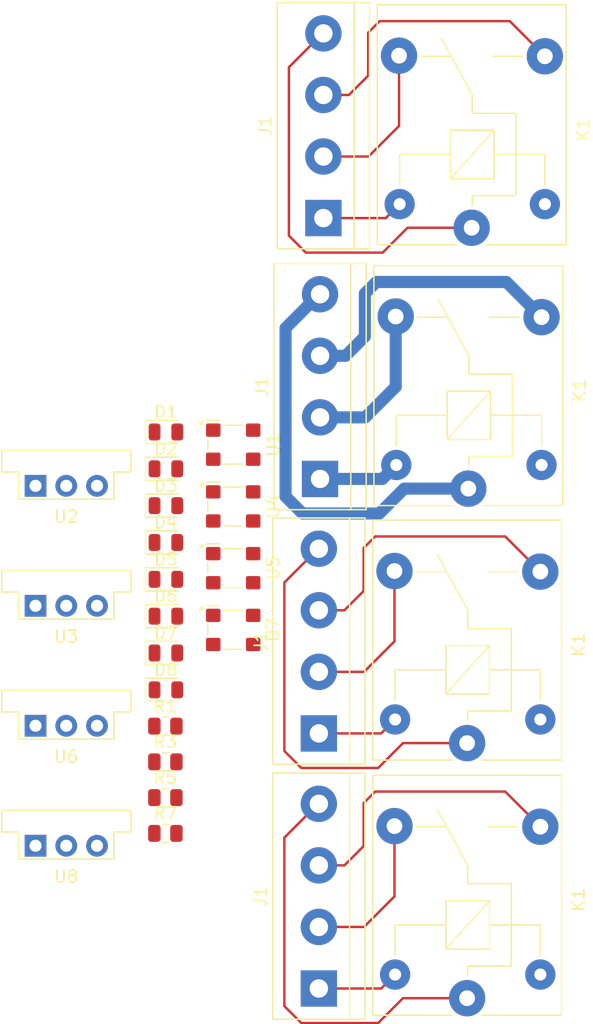
<source format=kicad_pcb>
(kicad_pcb (version 20240108) (generator "pcbnew") (generator_version "8.0")
  (layers (0 "F.Cu" signal) (31 "B.Cu" signal) (34 "B.Paste" user) (35 "F.Paste" user) (36 "B.SilkS" user "B.Silkscreen") (37 "F.SilkS" user "F.Silkscreen") (38 "B.Mask" user) (39 "F.Mask" user) (44 "Edge.Cuts" user))
  (net 0 "")
  (net 1 "5v")
  (net 2 "Net-(D1-A)")
  (net 3 "3.3v")
  (net 4 "Net-(U4-A)")
  (net 5 "Net-(R2-Pad1)")
  (net 6 "GND")
  (net 7 "Net-(D2-A)")
  (net 8 "Net-(U2-GND)")
  (net 9 "22")
  (net 10 "Net-(D3-A)")
  (net 11 "Net-(D4-A)")
  (net 12 "Net-(D5-A)")
  (net 13 "Net-(D6-A)")
  (net 14 "Net-(D7-A)")
  (net 15 "Net-(D8-A)")
  (net 16 "Net-(J1-Pin_2)")
  (net 17 "Net-(J1-Pin_4)")
  (net 18 "Net-(J1-Pin_3)")
  (net 19 "Net-(U1-A)")
  (net 20 "Net-(U5-A)")
  (net 21 "Net-(U7-A)")
  (net 22 "Net-(R4-Pad1)")
  (net 23 "Net-(U3-GND)")
  (net 24 "Net-(R6-Pad1)")
  (net 25 "Net-(U6-GND)")
  (net 26 "Net-(R8-Pad1)")
  (net 27 "Net-(U8-GND)")
  (footprint "Converter_DCDC:Converter_DCDC_Murata_OKI-78SR_Vertical" (layer "F.Cu") (at 42.365 66.495)
    (property "Reference" "U3" (at 2.54 2.54 180) (layer "F.SilkS"))
    (property "Value" "L7805")
    (fp_line (start -2.79 -2.92) (end -2.79 -1.14) (stroke (width 0.12)) (layer "F.SilkS"))
    (fp_line (start -1.4 -1.14) (end -2.79 -1.14) (stroke (width 0.12)) (layer "F.SilkS"))
    (fp_line (start -1.4 1.1) (end -1.4 -1.14) (stroke (width 0.12)) (layer "F.SilkS"))
    (fp_line (start 6.48 -1.14) (end 6.48 1.1) (stroke (width 0.12)) (layer "F.SilkS"))
    (fp_line (start 6.48 1.1) (end -1.4 1.1) (stroke (width 0.12)) (layer "F.SilkS"))
    (fp_line (start 7.88 -2.92) (end -2.79 -2.92) (stroke (width 0.12)) (layer "F.SilkS"))
    (fp_line (start 7.88 -1.15) (end 7.88 -2.92) (stroke (width 0.12)) (layer "F.SilkS"))
    (fp_line (start 7.88 -1.14) (end 6.48 -1.14) (stroke (width 0.12)) (layer "F.SilkS"))
    (pad "1" thru_hole rect (at 0 0) (size 1.8 1.8) (drill 1) (layers "*.Cu" "*.Mask") (net 11 "Net-(D4-A)"))
    (pad "2" thru_hole circle (at 2.54 0) (size 1.8 1.8) (drill 1) (layers "*.Cu" "*.Mask") (net 23 "Net-(U3-GND)"))
    (pad "3" thru_hole circle (at 5.08 0) (size 1.8 1.8) (drill 1) (layers "*.Cu" "*.Mask") (net 6 "GND"))
  )
  (footprint "Relay_THT:Relay_SPDT_SANYOU_SRD_Series_Form_C" (layer "F.Cu") (at 78.125 56.825 90)
    (property "Reference" "K1" (at 8.1 9.2 -90) (layer "F.SilkS"))
    (property "Value" "SANYOU_SRD_Form_C")
    (fp_line (start 18.4 -7.8) (end 18.4 7.8) (stroke (width 0.12)) (layer "F.SilkS"))
    (fp_line (start -1.4 -7.8) (end 18.4 -7.8) (stroke (width 0.12)) (layer "F.SilkS"))
    (fp_line (start -1.4 -7.8) (end -1.4 -1.2) (stroke (width 0.12)) (layer "F.SilkS"))
    (fp_line (start 6.05 -5.95) (end 3.55 -5.95) (stroke (width 0.12)) (layer "F.SilkS"))
    (fp_line (start 6.05 -5.95) (end 6.05 -1.75) (stroke (width 0.12)) (layer "F.SilkS"))
    (fp_line (start 14.15 -4.2) (end 14.15 -1.7) (stroke (width 0.12)) (layer "F.SilkS"))
    (fp_line (start 8.05 -1.75) (end 8.05 1.85) (stroke (width 0.12)) (layer "F.SilkS"))
    (fp_line (start 4.05 -1.75) (end 8.05 -1.75) (stroke (width 0.12)) (layer "F.SilkS"))
    (fp_line (start 10.95 0.05) (end 15.55 -2.45) (stroke (width 0.12)) (layer "F.SilkS"))
    (fp_line (start 9.45 0.05) (end 10.95 0.05) (stroke (width 0.12)) (layer "F.SilkS"))
    (fp_line (start 9.45 0.05) (end 9.45 3.65) (stroke (width 0.12)) (layer "F.SilkS"))
    (fp_line (start 2.65 0.05) (end 1.85 0.05) (stroke (width 0.12)) (layer "F.SilkS"))
    (fp_line (start 2.65 0.05) (end 2.65 3.65) (stroke (width 0.12)) (layer "F.SilkS"))
    (fp_line (start -1.4 1.2) (end -1.4 7.8) (stroke (width 0.12)) (layer "F.SilkS"))
    (fp_line (start 8.05 1.85) (end 4.05 -1.75) (stroke (width 0.12)) (layer "F.SilkS"))
    (fp_line (start 8.05 1.85) (end 4.05 1.85) (stroke (width 0.12)) (layer "F.SilkS"))
    (fp_line (start 6.05 1.85) (end 6.05 6.05) (stroke (width 0.12)) (layer "F.SilkS"))
    (fp_line (start 4.05 1.85) (end 4.05 -1.75) (stroke (width 0.12)) (layer "F.SilkS"))
    (fp_line (start 9.45 3.65) (end 2.65 3.65) (stroke (width 0.12)) (layer "F.SilkS"))
    (fp_line (start 14.15 4.2) (end 14.15 1.75) (stroke (width 0.12)) (layer "F.SilkS"))
    (fp_line (start 3.55 6.05) (end 6.05 6.05) (stroke (width 0.12)) (layer "F.SilkS"))
    (fp_line (start 18.4 7.8) (end -1.4 7.8) (stroke (width 0.12)) (layer "F.SilkS"))
    (pad "1" thru_hole circle (at 0 0 180) (size 3 3) (drill 1.3) (layers "*.Cu" "*.Mask") (net 17 "Net-(J1-Pin_4)"))
    (pad "2" thru_hole circle (at 1.95 6.05 180) (size 2.5 2.5) (drill 1) (layers "*.Cu" "*.Mask") (net 11 "Net-(D4-A)"))
    (pad "3" thru_hole circle (at 14.15 6.05 180) (size 3 3) (drill 1.3) (layers "*.Cu" "*.Mask") (net 18 "Net-(J1-Pin_3)"))
    (pad "4" thru_hole circle (at 14.2 -6 180) (size 3 3) (drill 1.3) (layers "*.Cu" "*.Mask") (net 16 "Net-(J1-Pin_2)"))
    (pad "5" thru_hole circle (at 1.95 -5.95 180) (size 2.5 2.5) (drill 1) (layers "*.Cu" "*.Mask") (net 1 "5v"))
  )
  (footprint "Relay_THT:Relay_SPDT_SANYOU_SRD_Series_Form_C" (layer "F.Cu") (at 78.025 98.875 90)
    (property "Reference" "K1" (at 8.1 9.2 -90) (layer "F.SilkS"))
    (property "Value" "SANYOU_SRD_Form_C")
    (fp_line (start 18.4 -7.8) (end 18.4 7.8) (stroke (width 0.12)) (layer "F.SilkS"))
    (fp_line (start -1.4 -7.8) (end 18.4 -7.8) (stroke (width 0.12)) (layer "F.SilkS"))
    (fp_line (start -1.4 -7.8) (end -1.4 -1.2) (stroke (width 0.12)) (layer "F.SilkS"))
    (fp_line (start 6.05 -5.95) (end 3.55 -5.95) (stroke (width 0.12)) (layer "F.SilkS"))
    (fp_line (start 6.05 -5.95) (end 6.05 -1.75) (stroke (width 0.12)) (layer "F.SilkS"))
    (fp_line (start 14.15 -4.2) (end 14.15 -1.7) (stroke (width 0.12)) (layer "F.SilkS"))
    (fp_line (start 8.05 -1.75) (end 8.05 1.85) (stroke (width 0.12)) (layer "F.SilkS"))
    (fp_line (start 4.05 -1.75) (end 8.05 -1.75) (stroke (width 0.12)) (layer "F.SilkS"))
    (fp_line (start 10.95 0.05) (end 15.55 -2.45) (stroke (width 0.12)) (layer "F.SilkS"))
    (fp_line (start 9.45 0.05) (end 10.95 0.05) (stroke (width 0.12)) (layer "F.SilkS"))
    (fp_line (start 9.45 0.05) (end 9.45 3.65) (stroke (width 0.12)) (layer "F.SilkS"))
    (fp_line (start 2.65 0.05) (end 1.85 0.05) (stroke (width 0.12)) (layer "F.SilkS"))
    (fp_line (start 2.65 0.05) (end 2.65 3.65) (stroke (width 0.12)) (layer "F.SilkS"))
    (fp_line (start -1.4 1.2) (end -1.4 7.8) (stroke (width 0.12)) (layer "F.SilkS"))
    (fp_line (start 8.05 1.85) (end 4.05 -1.75) (stroke (width 0.12)) (layer "F.SilkS"))
    (fp_line (start 8.05 1.85) (end 4.05 1.85) (stroke (width 0.12)) (layer "F.SilkS"))
    (fp_line (start 6.05 1.85) (end 6.05 6.05) (stroke (width 0.12)) (layer "F.SilkS"))
    (fp_line (start 4.05 1.85) (end 4.05 -1.75) (stroke (width 0.12)) (layer "F.SilkS"))
    (fp_line (start 9.45 3.65) (end 2.65 3.65) (stroke (width 0.12)) (layer "F.SilkS"))
    (fp_line (start 14.15 4.2) (end 14.15 1.75) (stroke (width 0.12)) (layer "F.SilkS"))
    (fp_line (start 3.55 6.05) (end 6.05 6.05) (stroke (width 0.12)) (layer "F.SilkS"))
    (fp_line (start 18.4 7.8) (end -1.4 7.8) (stroke (width 0.12)) (layer "F.SilkS"))
    (pad "1" thru_hole circle (at 0 0 180) (size 3 3) (drill 1.3) (layers "*.Cu" "*.Mask") (net 17 "Net-(J1-Pin_4)"))
    (pad "2" thru_hole circle (at 1.95 6.05 180) (size 2.5 2.5) (drill 1) (layers "*.Cu" "*.Mask") (net 11 "Net-(D4-A)"))
    (pad "3" thru_hole circle (at 14.15 6.05 180) (size 3 3) (drill 1.3) (layers "*.Cu" "*.Mask") (net 18 "Net-(J1-Pin_3)"))
    (pad "4" thru_hole circle (at 14.2 -6 180) (size 3 3) (drill 1.3) (layers "*.Cu" "*.Mask") (net 16 "Net-(J1-Pin_2)"))
    (pad "5" thru_hole circle (at 1.95 -5.95 180) (size 2.5 2.5) (drill 1) (layers "*.Cu" "*.Mask") (net 1 "5v"))
  )
  (footprint "Converter_DCDC:Converter_DCDC_Murata_OKI-78SR_Vertical" (layer "F.Cu") (at 42.365 76.395)
    (property "Reference" "U6" (at 2.54 2.54 180) (layer "F.SilkS"))
    (property "Value" "L7805")
    (fp_line (start -2.79 -2.92) (end -2.79 -1.14) (stroke (width 0.12)) (layer "F.SilkS"))
    (fp_line (start -1.4 -1.14) (end -2.79 -1.14) (stroke (width 0.12)) (layer "F.SilkS"))
    (fp_line (start -1.4 1.1) (end -1.4 -1.14) (stroke (width 0.12)) (layer "F.SilkS"))
    (fp_line (start 6.48 -1.14) (end 6.48 1.1) (stroke (width 0.12)) (layer "F.SilkS"))
    (fp_line (start 6.48 1.1) (end -1.4 1.1) (stroke (width 0.12)) (layer "F.SilkS"))
    (fp_line (start 7.88 -2.92) (end -2.79 -2.92) (stroke (width 0.12)) (layer "F.SilkS"))
    (fp_line (start 7.88 -1.15) (end 7.88 -2.92) (stroke (width 0.12)) (layer "F.SilkS"))
    (fp_line (start 7.88 -1.14) (end 6.48 -1.14) (stroke (width 0.12)) (layer "F.SilkS"))
    (pad "1" thru_hole rect (at 0 0) (size 1.8 1.8) (drill 1) (layers "*.Cu" "*.Mask") (net 13 "Net-(D6-A)"))
    (pad "2" thru_hole circle (at 2.54 0) (size 1.8 1.8) (drill 1) (layers "*.Cu" "*.Mask") (net 25 "Net-(U6-GND)"))
    (pad "3" thru_hole circle (at 5.08 0) (size 1.8 1.8) (drill 1) (layers "*.Cu" "*.Mask") (net 6 "GND"))
  )
  (footprint "OptoDevice:Sharp_GP2S700HCP" (layer "F.Cu") (at 58.7 58.295)
    (property "Reference" "U4" (at 3.295 0 90) (layer "F.SilkS"))
    (property "Value" "GP2S700HCP")
    (fp_line (start -2.1 -0.39) (end -2.1 0.39) (stroke (width 0.12)) (layer "F.SilkS"))
    (fp_line (start -1.11 -2.01) (end -2.19 -2.01) (stroke (width 0.12)) (layer "F.SilkS"))
    (fp_line (start -0.75 -1.6) (end 0.75 -1.6) (stroke (width 0.12)) (layer "F.SilkS"))
    (fp_line (start -0.75 1.6) (end 0.75 1.6) (stroke (width 0.12)) (layer "F.SilkS"))
    (fp_poly (pts (xy -2.52 -1.69) (xy -2.8 -1.69) (xy -2.52 -1.97) (xy -2.52 -1.69)) (stroke (width 0.12)) (fill solid) (layer "F.SilkS"))
    (pad "1" smd roundrect (at -1.65 -1.2) (size 1.2 1.1) (layers "F.Cu" "F.Paste" "F.Mask") (roundrect_rratio 0.1363636364) (net 5 "Net-(R2-Pad1)"))
    (pad "2" smd roundrect (at -1.65 1.2) (size 1.2 1.1) (layers "F.Cu" "F.Paste" "F.Mask") (roundrect_rratio 0.1363636364) (net 1 "5v"))
    (pad "3" smd roundrect (at 1.65 1.2) (size 1.2 1.1) (layers "F.Cu" "F.Paste" "F.Mask") (roundrect_rratio 0.1363636364) (net 7 "Net-(D2-A)"))
    (pad "4" smd roundrect (at 1.65 -1.2) (size 1.2 1.1) (layers "F.Cu" "F.Paste" "F.Mask") (roundrect_rratio 0.1363636364) (net 4 "Net-(U4-A)"))
  )
  (footprint "Relay_THT:Relay_SPDT_SANYOU_SRD_Series_Form_C" (layer "F.Cu") (at 78.4 35.3 90)
    (property "Reference" "K1" (at 8.1 9.2 270) (layer "F.SilkS"))
    (property "Value" "SANYOU_SRD_Form_C")
    (fp_line (start 18.4 -7.8) (end 18.4 7.8) (stroke (width 0.12)) (layer "F.SilkS"))
    (fp_line (start -1.4 -7.8) (end 18.4 -7.8) (stroke (width 0.12)) (layer "F.SilkS"))
    (fp_line (start -1.4 -7.8) (end -1.4 -1.2) (stroke (width 0.12)) (layer "F.SilkS"))
    (fp_line (start 6.05 -5.95) (end 3.55 -5.95) (stroke (width 0.12)) (layer "F.SilkS"))
    (fp_line (start 6.05 -5.95) (end 6.05 -1.75) (stroke (width 0.12)) (layer "F.SilkS"))
    (fp_line (start 14.15 -4.2) (end 14.15 -1.7) (stroke (width 0.12)) (layer "F.SilkS"))
    (fp_line (start 8.05 -1.75) (end 8.05 1.85) (stroke (width 0.12)) (layer "F.SilkS"))
    (fp_line (start 4.05 -1.75) (end 8.05 -1.75) (stroke (width 0.12)) (layer "F.SilkS"))
    (fp_line (start 10.95 0.05) (end 15.55 -2.45) (stroke (width 0.12)) (layer "F.SilkS"))
    (fp_line (start 9.45 0.05) (end 10.95 0.05) (stroke (width 0.12)) (layer "F.SilkS"))
    (fp_line (start 9.45 0.05) (end 9.45 3.65) (stroke (width 0.12)) (layer "F.SilkS"))
    (fp_line (start 2.65 0.05) (end 1.85 0.05) (stroke (width 0.12)) (layer "F.SilkS"))
    (fp_line (start 2.65 0.05) (end 2.65 3.65) (stroke (width 0.12)) (layer "F.SilkS"))
    (fp_line (start -1.4 1.2) (end -1.4 7.8) (stroke (width 0.12)) (layer "F.SilkS"))
    (fp_line (start 8.05 1.85) (end 4.05 -1.75) (stroke (width 0.12)) (layer "F.SilkS"))
    (fp_line (start 8.05 1.85) (end 4.05 1.85) (stroke (width 0.12)) (layer "F.SilkS"))
    (fp_line (start 6.05 1.85) (end 6.05 6.05) (stroke (width 0.12)) (layer "F.SilkS"))
    (fp_line (start 4.05 1.85) (end 4.05 -1.75) (stroke (width 0.12)) (layer "F.SilkS"))
    (fp_line (start 9.45 3.65) (end 2.65 3.65) (stroke (width 0.12)) (layer "F.SilkS"))
    (fp_line (start 14.15 4.2) (end 14.15 1.75) (stroke (width 0.12)) (layer "F.SilkS"))
    (fp_line (start 3.55 6.05) (end 6.05 6.05) (stroke (width 0.12)) (layer "F.SilkS"))
    (fp_line (start 18.4 7.8) (end -1.4 7.8) (stroke (width 0.12)) (layer "F.SilkS"))
    (pad "1" thru_hole circle (at 0 0 180) (size 3 3) (drill 1.3) (layers "*.Cu" "*.Mask") (net 17 "Net-(J1-Pin_4)"))
    (pad "2" thru_hole circle (at 1.95 6.05 180) (size 2.5 2.5) (drill 1) (layers "*.Cu" "*.Mask") (net 11 "Net-(D4-A)"))
    (pad "3" thru_hole circle (at 14.15 6.05 180) (size 3 3) (drill 1.3) (layers "*.Cu" "*.Mask") (net 18 "Net-(J1-Pin_3)"))
    (pad "4" thru_hole circle (at 14.2 -6 180) (size 3 3) (drill 1.3) (layers "*.Cu" "*.Mask") (net 16 "Net-(J1-Pin_2)"))
    (pad "5" thru_hole circle (at 1.95 -5.95 180) (size 2.5 2.5) (drill 1) (layers "*.Cu" "*.Mask") (net 1 "5v"))
  )
  (footprint "TerminalBlock:TerminalBlock_bornier-4_P5.08mm" (layer "F.Cu") (at 65.775 77.025 90)
    (property "Reference" "J1" (at 7.6 -4.8 -90) (layer "F.SilkS"))
    (property "Value" "Conn_01x04_Socket")
    (fp_line (start -2.54 -3.81) (end 17.78 -3.81) (stroke (width 0.12)) (layer "F.SilkS"))
    (fp_line (start -2.54 -3.81) (end -2.54 3.81) (stroke (width 0.12)) (layer "F.SilkS"))
    (fp_line (start 17.78 2.54) (end -2.54 2.54) (stroke (width 0.12)) (layer "F.SilkS"))
    (fp_line (start 17.78 3.81) (end 17.78 -3.81) (stroke (width 0.12)) (layer "F.SilkS"))
    (fp_line (start -2.54 3.81) (end 17.78 3.81) (stroke (width 0.12)) (layer "F.SilkS"))
    (pad "1" thru_hole rect (at 0 0 90) (size 3 3) (drill 1.52) (layers "*.Cu" "*.Mask") (net 1 "5v"))
    (pad "2" thru_hole circle (at 5.08 0 90) (size 3 3) (drill 1.52) (layers "*.Cu" "*.Mask") (net 16 "Net-(J1-Pin_2)"))
    (pad "3" thru_hole circle (at 10.16 0 90) (size 3 3) (drill 1.52) (layers "*.Cu" "*.Mask") (net 18 "Net-(J1-Pin_3)"))
    (pad "4" thru_hole circle (at 15.24 0 90) (size 3 3) (drill 1.52) (layers "*.Cu" "*.Mask") (net 17 "Net-(J1-Pin_4)"))
  )
  (footprint "LED_SMD:LED_0805_2012Metric" (layer "F.Cu") (at 53.135 55.19)
    (property "Reference" "D2" (at 0 -1.65 0) (layer "F.SilkS"))
    (property "Value" "LED")
    (fp_line (start -1.685 -0.96) (end -1.685 0.96) (stroke (width 0.12)) (layer "F.SilkS"))
    (fp_line (start -1.685 0.96) (end 1 0.96) (stroke (width 0.12)) (layer "F.SilkS"))
    (fp_line (start 1 -0.96) (end -1.685 -0.96) (stroke (width 0.12)) (layer "F.SilkS"))
    (pad "1" smd roundrect (at -0.9375 0) (size 0.975 1.4) (layers "F.Cu" "F.Paste" "F.Mask") (net 9 "22"))
    (pad "2" smd roundrect (at 0.9375 0) (size 0.975 1.4) (layers "F.Cu" "F.Paste" "F.Mask") (net 7 "Net-(D2-A)"))
  )
  (footprint "Relay_THT:Relay_SPDT_SANYOU_SRD_Series_Form_C" (layer "F.Cu") (at 78.025 77.825 90)
    (property "Reference" "K1" (at 8.1 9.2 -90) (layer "F.SilkS"))
    (property "Value" "SANYOU_SRD_Form_C")
    (fp_line (start 18.4 -7.8) (end 18.4 7.8) (stroke (width 0.12)) (layer "F.SilkS"))
    (fp_line (start -1.4 -7.8) (end 18.4 -7.8) (stroke (width 0.12)) (layer "F.SilkS"))
    (fp_line (start -1.4 -7.8) (end -1.4 -1.2) (stroke (width 0.12)) (layer "F.SilkS"))
    (fp_line (start 6.05 -5.95) (end 3.55 -5.95) (stroke (width 0.12)) (layer "F.SilkS"))
    (fp_line (start 6.05 -5.95) (end 6.05 -1.75) (stroke (width 0.12)) (layer "F.SilkS"))
    (fp_line (start 14.15 -4.2) (end 14.15 -1.7) (stroke (width 0.12)) (layer "F.SilkS"))
    (fp_line (start 8.05 -1.75) (end 8.05 1.85) (stroke (width 0.12)) (layer "F.SilkS"))
    (fp_line (start 4.05 -1.75) (end 8.05 -1.75) (stroke (width 0.12)) (layer "F.SilkS"))
    (fp_line (start 10.95 0.05) (end 15.55 -2.45) (stroke (width 0.12)) (layer "F.SilkS"))
    (fp_line (start 9.45 0.05) (end 10.95 0.05) (stroke (width 0.12)) (layer "F.SilkS"))
    (fp_line (start 9.45 0.05) (end 9.45 3.65) (stroke (width 0.12)) (layer "F.SilkS"))
    (fp_line (start 2.65 0.05) (end 1.85 0.05) (stroke (width 0.12)) (layer "F.SilkS"))
    (fp_line (start 2.65 0.05) (end 2.65 3.65) (stroke (width 0.12)) (layer "F.SilkS"))
    (fp_line (start -1.4 1.2) (end -1.4 7.8) (stroke (width 0.12)) (layer "F.SilkS"))
    (fp_line (start 8.05 1.85) (end 4.05 -1.75) (stroke (width 0.12)) (layer "F.SilkS"))
    (fp_line (start 8.05 1.85) (end 4.05 1.85) (stroke (width 0.12)) (layer "F.SilkS"))
    (fp_line (start 6.05 1.85) (end 6.05 6.05) (stroke (width 0.12)) (layer "F.SilkS"))
    (fp_line (start 4.05 1.85) (end 4.05 -1.75) (stroke (width 0.12)) (layer "F.SilkS"))
    (fp_line (start 9.45 3.65) (end 2.65 3.65) (stroke (width 0.12)) (layer "F.SilkS"))
    (fp_line (start 14.15 4.2) (end 14.15 1.75) (stroke (width 0.12)) (layer "F.SilkS"))
    (fp_line (start 3.55 6.05) (end 6.05 6.05) (stroke (width 0.12)) (layer "F.SilkS"))
    (fp_line (start 18.4 7.8) (end -1.4 7.8) (stroke (width 0.12)) (layer "F.SilkS"))
    (pad "1" thru_hole circle (at 0 0 180) (size 3 3) (drill 1.3) (layers "*.Cu" "*.Mask") (net 17 "Net-(J1-Pin_4)"))
    (pad "2" thru_hole circle (at 1.95 6.05 180) (size 2.5 2.5) (drill 1) (layers "*.Cu" "*.Mask") (net 11 "Net-(D4-A)"))
    (pad "3" thru_hole circle (at 14.15 6.05 180) (size 3 3) (drill 1.3) (layers "*.Cu" "*.Mask") (net 18 "Net-(J1-Pin_3)"))
    (pad "4" thru_hole circle (at 14.2 -6 180) (size 3 3) (drill 1.3) (layers "*.Cu" "*.Mask") (net 16 "Net-(J1-Pin_2)"))
    (pad "5" thru_hole circle (at 1.95 -5.95 180) (size 2.5 2.5) (drill 1) (layers "*.Cu" "*.Mask") (net 1 "5v"))
  )
  (footprint "Resistor_SMD:R_0805_2012Metric" (layer "F.Cu") (at 53.095 79.375)
    (property "Reference" "R3" (at 0 -1.65 0) (layer "F.SilkS"))
    (property "Value" "R")
    (fp_line (start -0.227064 -0.735) (end 0.227064 -0.735) (stroke (width 0.12)) (layer "F.SilkS"))
    (fp_line (start -0.227064 0.735) (end 0.227064 0.735) (stroke (width 0.12)) (layer "F.SilkS"))
    (pad "1" smd roundrect (at -0.9125 0) (size 1.025 1.4) (layers "F.Cu" "F.Paste" "F.Mask") (roundrect_rratio 0.243902) (net 3 "3.3v"))
    (pad "2" smd roundrect (at 0.9125 0) (size 1.025 1.4) (layers "F.Cu" "F.Paste" "F.Mask") (roundrect_rratio 0.243902) (net 19 "Net-(U1-A)"))
  )
  (footprint "LED_SMD:LED_0805_2012Metric" (layer "F.Cu") (at 53.135 64.31)
    (property "Reference" "D5" (at 0 -1.65 0) (layer "F.SilkS"))
    (property "Value" "LED")
    (fp_line (start -1.685 -0.96) (end -1.685 0.96) (stroke (width 0.12)) (layer "F.SilkS"))
    (fp_line (start -1.685 0.96) (end 1 0.96) (stroke (width 0.12)) (layer "F.SilkS"))
    (fp_line (start 1 -0.96) (end -1.685 -0.96) (stroke (width 0.12)) (layer "F.SilkS"))
    (pad "1" smd roundrect (at -0.9375 0) (size 0.975 1.4) (layers "F.Cu" "F.Paste" "F.Mask") (net 9 "22"))
    (pad "2" smd roundrect (at 0.9375 0) (size 0.975 1.4) (layers "F.Cu" "F.Paste" "F.Mask") (net 12 "Net-(D5-A)"))
  )
  (footprint "OptoDevice:Sharp_GP2S700HCP" (layer "F.Cu") (at 58.7 68.485)
    (property "Reference" "U7" (at 3.295 0 90) (layer "F.SilkS"))
    (property "Value" "GP2S700HCP")
    (fp_line (start -2.1 -0.39) (end -2.1 0.39) (stroke (width 0.12)) (layer "F.SilkS"))
    (fp_line (start -1.11 -2.01) (end -2.19 -2.01) (stroke (width 0.12)) (layer "F.SilkS"))
    (fp_line (start -0.75 -1.6) (end 0.75 -1.6) (stroke (width 0.12)) (layer "F.SilkS"))
    (fp_line (start -0.75 1.6) (end 0.75 1.6) (stroke (width 0.12)) (layer "F.SilkS"))
    (fp_poly (pts (xy -2.52 -1.69) (xy -2.8 -1.69) (xy -2.52 -1.97) (xy -2.52 -1.69)) (stroke (width 0.12)) (fill solid) (layer "F.SilkS"))
    (pad "1" smd roundrect (at -1.65 -1.2) (size 1.2 1.1) (layers "F.Cu" "F.Paste" "F.Mask") (roundrect_rratio 0.1363636364) (net 26 "Net-(R8-Pad1)"))
    (pad "2" smd roundrect (at -1.65 1.2) (size 1.2 1.1) (layers "F.Cu" "F.Paste" "F.Mask") (roundrect_rratio 0.1363636364) (net 1 "5v"))
    (pad "3" smd roundrect (at 1.65 1.2) (size 1.2 1.1) (layers "F.Cu" "F.Paste" "F.Mask") (roundrect_rratio 0.1363636364) (net 14 "Net-(D7-A)"))
    (pad "4" smd roundrect (at 1.65 -1.2) (size 1.2 1.1) (layers "F.Cu" "F.Paste" "F.Mask") (roundrect_rratio 0.1363636364) (net 21 "Net-(U7-A)"))
  )
  (footprint "OptoDevice:Sharp_GP2S700HCP" (layer "F.Cu") (at 58.7 53.2)
    (property "Reference" "U1" (at 3.295 0 90) (layer "F.SilkS"))
    (property "Value" "GP2S700HCP")
    (fp_line (start -2.1 -0.39) (end -2.1 0.39) (stroke (width 0.12)) (layer "F.SilkS"))
    (fp_line (start -1.11 -2.01) (end -2.19 -2.01) (stroke (width 0.12)) (layer "F.SilkS"))
    (fp_line (start -0.75 -1.6) (end 0.75 -1.6) (stroke (width 0.12)) (layer "F.SilkS"))
    (fp_line (start -0.75 1.6) (end 0.75 1.6) (stroke (width 0.12)) (layer "F.SilkS"))
    (fp_poly (pts (xy -2.52 -1.69) (xy -2.8 -1.69) (xy -2.52 -1.97) (xy -2.52 -1.69)) (stroke (width 0.12)) (fill solid) (layer "F.SilkS"))
    (pad "1" smd roundrect (at -1.65 -1.2) (size 1.2 1.1) (layers "F.Cu" "F.Paste" "F.Mask") (roundrect_rratio 0.1363636364) (net 22 "Net-(R4-Pad1)"))
    (pad "2" smd roundrect (at -1.65 1.2) (size 1.2 1.1) (layers "F.Cu" "F.Paste" "F.Mask") (roundrect_rratio 0.1363636364) (net 1 "5v"))
    (pad "3" smd roundrect (at 1.65 1.2) (size 1.2 1.1) (layers "F.Cu" "F.Paste" "F.Mask") (roundrect_rratio 0.1363636364) (net 10 "Net-(D3-A)"))
    (pad "4" smd roundrect (at 1.65 -1.2) (size 1.2 1.1) (layers "F.Cu" "F.Paste" "F.Mask") (roundrect_rratio 0.1363636364) (net 19 "Net-(U1-A)"))
  )
  (footprint "TerminalBlock:TerminalBlock_bornier-4_P5.08mm" (layer "F.Cu") (at 65.875 56.025 90)
    (property "Reference" "J1" (at 7.6 -4.8 -90) (layer "F.SilkS"))
    (property "Value" "Conn_01x04_Socket")
    (fp_line (start -2.54 -3.81) (end 17.78 -3.81) (stroke (width 0.12)) (layer "F.SilkS"))
    (fp_line (start -2.54 -3.81) (end -2.54 3.81) (stroke (width 0.12)) (layer "F.SilkS"))
    (fp_line (start 17.78 2.54) (end -2.54 2.54) (stroke (width 0.12)) (layer "F.SilkS"))
    (fp_line (start 17.78 3.81) (end 17.78 -3.81) (stroke (width 0.12)) (layer "F.SilkS"))
    (fp_line (start -2.54 3.81) (end 17.78 3.81) (stroke (width 0.12)) (layer "F.SilkS"))
    (pad "1" thru_hole rect (at 0 0 90) (size 3 3) (drill 1.52) (layers "*.Cu" "*.Mask") (net 1 "5v"))
    (pad "2" thru_hole circle (at 5.08 0 90) (size 3 3) (drill 1.52) (layers "*.Cu" "*.Mask") (net 16 "Net-(J1-Pin_2)"))
    (pad "3" thru_hole circle (at 10.16 0 90) (size 3 3) (drill 1.52) (layers "*.Cu" "*.Mask") (net 18 "Net-(J1-Pin_3)"))
    (pad "4" thru_hole circle (at 15.24 0 90) (size 3 3) (drill 1.52) (layers "*.Cu" "*.Mask") (net 17 "Net-(J1-Pin_4)"))
  )
  (footprint "Diode_SMD:D_0805_2012Metric" (layer "F.Cu") (at 53.135 73.43)
    (property "Reference" "D8" (at 0 -1.65 0) (layer "F.SilkS"))
    (property "Value" "D")
    (fp_line (start -1.685 -0.96) (end -1.685 0.96) (stroke (width 0.12)) (layer "F.SilkS"))
    (fp_line (start -1.685 0.96) (end 1 0.96) (stroke (width 0.12)) (layer "F.SilkS"))
    (fp_line (start 1 -0.96) (end -1.685 -0.96) (stroke (width 0.12)) (layer "F.SilkS"))
    (pad "1" smd roundrect (at -0.9375 0) (size 0.975 1.4) (layers "F.Cu" "F.Paste" "F.Mask") (net 1 "5v"))
    (pad "2" smd roundrect (at 0.9375 0) (size 0.975 1.4) (layers "F.Cu" "F.Paste" "F.Mask") (net 15 "Net-(D8-A)"))
  )
  (footprint "Resistor_SMD:R_0805_2012Metric" (layer "F.Cu") (at 53.095 76.425)
    (property "Reference" "R1" (at 0 -1.65 0) (layer "F.SilkS"))
    (property "Value" "R")
    (fp_line (start -0.227064 -0.735) (end 0.227064 -0.735) (stroke (width 0.12)) (layer "F.SilkS"))
    (fp_line (start -0.227064 0.735) (end 0.227064 0.735) (stroke (width 0.12)) (layer "F.SilkS"))
    (pad "1" smd roundrect (at -0.9125 0) (size 1.025 1.4) (layers "F.Cu" "F.Paste" "F.Mask") (roundrect_rratio 0.243902) (net 3 "3.3v"))
    (pad "2" smd roundrect (at 0.9125 0) (size 1.025 1.4) (layers "F.Cu" "F.Paste" "F.Mask") (roundrect_rratio 0.243902) (net 4 "Net-(U4-A)"))
  )
  (footprint "OptoDevice:Sharp_GP2S700HCP" (layer "F.Cu") (at 58.7 63.39)
    (property "Reference" "U5" (at 3.295 0 90) (layer "F.SilkS"))
    (property "Value" "GP2S700HCP")
    (fp_line (start -2.1 -0.39) (end -2.1 0.39) (stroke (width 0.12)) (layer "F.SilkS"))
    (fp_line (start -1.11 -2.01) (end -2.19 -2.01) (stroke (width 0.12)) (layer "F.SilkS"))
    (fp_line (start -0.75 -1.6) (end 0.75 -1.6) (stroke (width 0.12)) (layer "F.SilkS"))
    (fp_line (start -0.75 1.6) (end 0.75 1.6) (stroke (width 0.12)) (layer "F.SilkS"))
    (fp_poly (pts (xy -2.52 -1.69) (xy -2.8 -1.69) (xy -2.52 -1.97) (xy -2.52 -1.69)) (stroke (width 0.12)) (fill solid) (layer "F.SilkS"))
    (pad "1" smd roundrect (at -1.65 -1.2) (size 1.2 1.1) (layers "F.Cu" "F.Paste" "F.Mask") (roundrect_rratio 0.1363636364) (net 24 "Net-(R6-Pad1)"))
    (pad "2" smd roundrect (at -1.65 1.2) (size 1.2 1.1) (layers "F.Cu" "F.Paste" "F.Mask") (roundrect_rratio 0.1363636364) (net 1 "5v"))
    (pad "3" smd roundrect (at 1.65 1.2) (size 1.2 1.1) (layers "F.Cu" "F.Paste" "F.Mask") (roundrect_rratio 0.1363636364) (net 12 "Net-(D5-A)"))
    (pad "4" smd roundrect (at 1.65 -1.2) (size 1.2 1.1) (layers "F.Cu" "F.Paste" "F.Mask") (roundrect_rratio 0.1363636364) (net 20 "Net-(U5-A)"))
  )
  (footprint "Diode_SMD:D_0805_2012Metric" (layer "F.Cu") (at 53.135 61.27)
    (property "Reference" "D4" (at 0 -1.65 0) (layer "F.SilkS"))
    (property "Value" "D")
    (fp_line (start -1.685 -0.96) (end -1.685 0.96) (stroke (width 0.12)) (layer "F.SilkS"))
    (fp_line (start -1.685 0.96) (end 1 0.96) (stroke (width 0.12)) (layer "F.SilkS"))
    (fp_line (start 1 -0.96) (end -1.685 -0.96) (stroke (width 0.12)) (layer "F.SilkS"))
    (pad "1" smd roundrect (at -0.9375 0) (size 0.975 1.4) (layers "F.Cu" "F.Paste" "F.Mask") (net 1 "5v"))
    (pad "2" smd roundrect (at 0.9375 0) (size 0.975 1.4) (layers "F.Cu" "F.Paste" "F.Mask") (net 11 "Net-(D4-A)"))
  )
  (footprint "TerminalBlock:TerminalBlock_bornier-4_P5.08mm" (layer "F.Cu") (at 65.775 98.075 90)
    (property "Reference" "J1" (at 7.6 -4.8 -90) (layer "F.SilkS"))
    (property "Value" "Conn_01x04_Socket")
    (fp_line (start -2.54 -3.81) (end 17.78 -3.81) (stroke (width 0.12)) (layer "F.SilkS"))
    (fp_line (start -2.54 -3.81) (end -2.54 3.81) (stroke (width 0.12)) (layer "F.SilkS"))
    (fp_line (start 17.78 2.54) (end -2.54 2.54) (stroke (width 0.12)) (layer "F.SilkS"))
    (fp_line (start 17.78 3.81) (end 17.78 -3.81) (stroke (width 0.12)) (layer "F.SilkS"))
    (fp_line (start -2.54 3.81) (end 17.78 3.81) (stroke (width 0.12)) (layer "F.SilkS"))
    (pad "1" thru_hole rect (at 0 0 90) (size 3 3) (drill 1.52) (layers "*.Cu" "*.Mask") (net 1 "5v"))
    (pad "2" thru_hole circle (at 5.08 0 90) (size 3 3) (drill 1.52) (layers "*.Cu" "*.Mask") (net 16 "Net-(J1-Pin_2)"))
    (pad "3" thru_hole circle (at 10.16 0 90) (size 3 3) (drill 1.52) (layers "*.Cu" "*.Mask") (net 18 "Net-(J1-Pin_3)"))
    (pad "4" thru_hole circle (at 15.24 0 90) (size 3 3) (drill 1.52) (layers "*.Cu" "*.Mask") (net 17 "Net-(J1-Pin_4)"))
  )
  (footprint "Diode_SMD:D_0805_2012Metric" (layer "F.Cu") (at 53.135 52.15)
    (property "Reference" "D1" (at 0 -1.65 0) (layer "F.SilkS"))
    (property "Value" "D")
    (fp_line (start -1.685 -0.96) (end -1.685 0.96) (stroke (width 0.12)) (layer "F.SilkS"))
    (fp_line (start -1.685 0.96) (end 1 0.96) (stroke (width 0.12)) (layer "F.SilkS"))
    (fp_line (start 1 -0.96) (end -1.685 -0.96) (stroke (width 0.12)) (layer "F.SilkS"))
    (pad "1" smd roundrect (at -0.9375 0) (size 0.975 1.4) (layers "F.Cu" "F.Paste" "F.Mask") (net 1 "5v"))
    (pad "2" smd roundrect (at 0.9375 0) (size 0.975 1.4) (layers "F.Cu" "F.Paste" "F.Mask") (net 2 "Net-(D1-A)"))
  )
  (footprint "TerminalBlock:TerminalBlock_bornier-4_P5.08mm" (layer "F.Cu") (at 66.15 34.5 90)
    (property "Reference" "J1" (at 7.6 -4.8 270) (layer "F.SilkS"))
    (property "Value" "Conn_01x04_Socket")
    (fp_line (start -2.54 -3.81) (end 17.78 -3.81) (stroke (width 0.12)) (layer "F.SilkS"))
    (fp_line (start -2.54 -3.81) (end -2.54 3.81) (stroke (width 0.12)) (layer "F.SilkS"))
    (fp_line (start 17.78 2.54) (end -2.54 2.54) (stroke (width 0.12)) (layer "F.SilkS"))
    (fp_line (start 17.78 3.81) (end 17.78 -3.81) (stroke (width 0.12)) (layer "F.SilkS"))
    (fp_line (start -2.54 3.81) (end 17.78 3.81) (stroke (width 0.12)) (layer "F.SilkS"))
    (pad "1" thru_hole rect (at 0 0 90) (size 3 3) (drill 1.52) (layers "*.Cu" "*.Mask") (net 1 "5v"))
    (pad "2" thru_hole circle (at 5.08 0 90) (size 3 3) (drill 1.52) (layers "*.Cu" "*.Mask") (net 16 "Net-(J1-Pin_2)"))
    (pad "3" thru_hole circle (at 10.16 0 90) (size 3 3) (drill 1.52) (layers "*.Cu" "*.Mask") (net 18 "Net-(J1-Pin_3)"))
    (pad "4" thru_hole circle (at 15.24 0 90) (size 3 3) (drill 1.52) (layers "*.Cu" "*.Mask") (net 17 "Net-(J1-Pin_4)"))
  )
  (footprint "Diode_SMD:D_0805_2012Metric" (layer "F.Cu") (at 53.135 67.35)
    (property "Reference" "D6" (at 0 -1.65 0) (layer "F.SilkS"))
    (property "Value" "D")
    (fp_line (start -1.685 -0.96) (end -1.685 0.96) (stroke (width 0.12)) (layer "F.SilkS"))
    (fp_line (start -1.685 0.96) (end 1 0.96) (stroke (width 0.12)) (layer "F.SilkS"))
    (fp_line (start 1 -0.96) (end -1.685 -0.96) (stroke (width 0.12)) (layer "F.SilkS"))
    (pad "1" smd roundrect (at -0.9375 0) (size 0.975 1.4) (layers "F.Cu" "F.Paste" "F.Mask") (net 1 "5v"))
    (pad "2" smd roundrect (at 0.9375 0) (size 0.975 1.4) (layers "F.Cu" "F.Paste" "F.Mask") (net 13 "Net-(D6-A)"))
  )
  (footprint "Converter_DCDC:Converter_DCDC_Murata_OKI-78SR_Vertical" (layer "F.Cu") (at 42.365 86.295)
    (property "Reference" "U8" (at 2.54 2.54 180) (layer "F.SilkS"))
    (property "Value" "L7805")
    (fp_line (start -2.79 -2.92) (end -2.79 -1.14) (stroke (width 0.12)) (layer "F.SilkS"))
    (fp_line (start -1.4 -1.14) (end -2.79 -1.14) (stroke (width 0.12)) (layer "F.SilkS"))
    (fp_line (start -1.4 1.1) (end -1.4 -1.14) (stroke (width 0.12)) (layer "F.SilkS"))
    (fp_line (start 6.48 -1.14) (end 6.48 1.1) (stroke (width 0.12)) (layer "F.SilkS"))
    (fp_line (start 6.48 1.1) (end -1.4 1.1) (stroke (width 0.12)) (layer "F.SilkS"))
    (fp_line (start 7.88 -2.92) (end -2.79 -2.92) (stroke (width 0.12)) (layer "F.SilkS"))
    (fp_line (start 7.88 -1.15) (end 7.88 -2.92) (stroke (width 0.12)) (layer "F.SilkS"))
    (fp_line (start 7.88 -1.14) (end 6.48 -1.14) (stroke (width 0.12)) (layer "F.SilkS"))
    (pad "1" thru_hole rect (at 0 0) (size 1.8 1.8) (drill 1) (layers "*.Cu" "*.Mask") (net 15 "Net-(D8-A)"))
    (pad "2" thru_hole circle (at 2.54 0) (size 1.8 1.8) (drill 1) (layers "*.Cu" "*.Mask") (net 27 "Net-(U8-GND)"))
    (pad "3" thru_hole circle (at 5.08 0) (size 1.8 1.8) (drill 1) (layers "*.Cu" "*.Mask") (net 6 "GND"))
  )
  (footprint "Resistor_SMD:R_0805_2012Metric" (layer "F.Cu") (at 53.095 85.275)
    (property "Reference" "R7" (at 0 -1.65 0) (layer "F.SilkS"))
    (property "Value" "R")
    (fp_line (start -0.227064 -0.735) (end 0.227064 -0.735) (stroke (width 0.12)) (layer "F.SilkS"))
    (fp_line (start -0.227064 0.735) (end 0.227064 0.735) (stroke (width 0.12)) (layer "F.SilkS"))
    (pad "1" smd roundrect (at -0.9125 0) (size 1.025 1.4) (layers "F.Cu" "F.Paste" "F.Mask") (roundrect_rratio 0.243902) (net 3 "3.3v"))
    (pad "2" smd roundrect (at 0.9125 0) (size 1.025 1.4) (layers "F.Cu" "F.Paste" "F.Mask") (roundrect_rratio 0.243902) (net 21 "Net-(U7-A)"))
  )
  (footprint "Converter_DCDC:Converter_DCDC_Murata_OKI-78SR_Vertical" (layer "F.Cu") (at 42.365 56.595)
    (property "Reference" "U2" (at 2.54 2.54 180) (layer "F.SilkS"))
    (property "Value" "L7805")
    (fp_line (start -2.79 -2.92) (end -2.79 -1.14) (stroke (width 0.12)) (layer "F.SilkS"))
    (fp_line (start -1.4 -1.14) (end -2.79 -1.14) (stroke (width 0.12)) (layer "F.SilkS"))
    (fp_line (start -1.4 1.1) (end -1.4 -1.14) (stroke (width 0.12)) (layer "F.SilkS"))
    (fp_line (start 6.48 -1.14) (end 6.48 1.1) (stroke (width 0.12)) (layer "F.SilkS"))
    (fp_line (start 6.48 1.1) (end -1.4 1.1) (stroke (width 0.12)) (layer "F.SilkS"))
    (fp_line (start 7.88 -2.92) (end -2.79 -2.92) (stroke (width 0.12)) (layer "F.SilkS"))
    (fp_line (start 7.88 -1.15) (end 7.88 -2.92) (stroke (width 0.12)) (layer "F.SilkS"))
    (fp_line (start 7.88 -1.14) (end 6.48 -1.14) (stroke (width 0.12)) (layer "F.SilkS"))
    (pad "1" thru_hole rect (at 0 0) (size 1.8 1.8) (drill 1) (layers "*.Cu" "*.Mask") (net 2 "Net-(D1-A)"))
    (pad "2" thru_hole circle (at 2.54 0) (size 1.8 1.8) (drill 1) (layers "*.Cu" "*.Mask") (net 8 "Net-(U2-GND)"))
    (pad "3" thru_hole circle (at 5.08 0) (size 1.8 1.8) (drill 1) (layers "*.Cu" "*.Mask") (net 6 "GND"))
  )
  (footprint "Resistor_SMD:R_0805_2012Metric" (layer "F.Cu") (at 53.095 82.325)
    (property "Reference" "R5" (at 0 -1.65 0) (layer "F.SilkS"))
    (property "Value" "R")
    (fp_line (start -0.227064 -0.735) (end 0.227064 -0.735) (stroke (width 0.12)) (layer "F.SilkS"))
    (fp_line (start -0.227064 0.735) (end 0.227064 0.735) (stroke (width 0.12)) (layer "F.SilkS"))
    (pad "1" smd roundrect (at -0.9125 0) (size 1.025 1.4) (layers "F.Cu" "F.Paste" "F.Mask") (roundrect_rratio 0.243902) (net 3 "3.3v"))
    (pad "2" smd roundrect (at 0.9125 0) (size 1.025 1.4) (layers "F.Cu" "F.Paste" "F.Mask") (roundrect_rratio 0.243902) (net 20 "Net-(U5-A)"))
  )
  (footprint "LED_SMD:LED_0805_2012Metric" (layer "F.Cu") (at 53.135 70.39)
    (property "Reference" "D7" (at 0 -1.65 0) (layer "F.SilkS"))
    (property "Value" "LED")
    (fp_line (start -1.685 -0.96) (end -1.685 0.96) (stroke (width 0.12)) (layer "F.SilkS"))
    (fp_line (start -1.685 0.96) (end 1 0.96) (stroke (width 0.12)) (layer "F.SilkS"))
    (fp_line (start 1 -0.96) (end -1.685 -0.96) (stroke (width 0.12)) (layer "F.SilkS"))
    (pad "1" smd roundrect (at -0.9375 0) (size 0.975 1.4) (layers "F.Cu" "F.Paste" "F.Mask") (net 9 "22"))
    (pad "2" smd roundrect (at 0.9375 0) (size 0.975 1.4) (layers "F.Cu" "F.Paste" "F.Mask") (net 14 "Net-(D7-A)"))
  )
  (footprint "LED_SMD:LED_0805_2012Metric" (layer "F.Cu") (at 53.135 58.23)
    (property "Reference" "D3" (at 0 -1.65 0) (layer "F.SilkS"))
    (property "Value" "LED")
    (fp_line (start -1.685 -0.96) (end -1.685 0.96) (stroke (width 0.12)) (layer "F.SilkS"))
    (fp_line (start -1.685 0.96) (end 1 0.96) (stroke (width 0.12)) (layer "F.SilkS"))
    (fp_line (start 1 -0.96) (end -1.685 -0.96) (stroke (width 0.12)) (layer "F.SilkS"))
    (pad "1" smd roundrect (at -0.9375 0) (size 0.975 1.4) (layers "F.Cu" "F.Paste" "F.Mask") (net 9 "22"))
    (pad "2" smd roundrect (at 0.9375 0) (size 0.975 1.4) (layers "F.Cu" "F.Paste" "F.Mask") (net 10 "Net-(D3-A)"))
  )
  (segment (start 66.15 34.5) (end 71.3 34.5) (width 0.2) (layer "F.Cu") (net 1))
  (segment (start 70.925 77.025) (end 72.075 75.875) (width 0.2) (layer "F.Cu") (net 1))
  (segment (start 70.925 98.075) (end 72.075 96.925) (width 0.2) (layer "F.Cu") (net 1))
  (segment (start 65.775 77.025) (end 70.925 77.025) (width 0.2) (layer "F.Cu") (net 1))
  (segment (start 65.775 98.075) (end 70.925 98.075) (width 0.2) (layer "F.Cu") (net 1))
  (segment (start 71.3 34.5) (end 72.45 33.35) (width 0.2) (layer "F.Cu") (net 1))
  (segment (start 71.025 56.025) (end 72.175 54.875) (width 1) (layer "B.Cu") (net 1))
  (segment (start 65.875 56.025) (end 71.025 56.025) (width 1) (layer "B.Cu") (net 1))
  (segment (start 72.4 26.9) (end 72.4 21.1) (width 0.2) (layer "F.Cu") (net 16))
  (segment (start 69.505 92.995) (end 72.025 90.475) (width 0.2) (layer "F.Cu") (net 16))
  (segment (start 69.505 71.945) (end 72.025 69.425) (width 0.2) (layer "F.Cu") (net 16))
  (segment (start 72.025 90.475) (end 72.025 84.675) (width 0.2) (layer "F.Cu") (net 16))
  (segment (start 65.775 92.995) (end 69.505 92.995) (width 0.2) (layer "F.Cu") (net 16))
  (segment (start 66.15 29.42) (end 69.88 29.42) (width 0.2) (layer "F.Cu") (net 16))
  (segment (start 72.025 69.425) (end 72.025 63.625) (width 0.2) (layer "F.Cu") (net 16))
  (segment (start 69.88 29.42) (end 72.4 26.9) (width 0.2) (layer "F.Cu") (net 16))
  (segment (start 65.775 71.945) (end 69.505 71.945) (width 0.2) (layer "F.Cu") (net 16))
  (segment (start 65.875 50.945) (end 69.605 50.945) (width 1) (layer "B.Cu") (net 16))
  (segment (start 72.125 48.425) (end 72.125 42.625) (width 1) (layer "B.Cu") (net 16))
  (segment (start 69.605 50.945) (end 72.125 48.425) (width 1) (layer "B.Cu") (net 16))
  (segment (start 65.775 82.835) (end 65.775 82.775) (width 0.2) (layer "F.Cu") (net 17))
  (segment (start 65.775 61.785) (end 65.775 61.725) (width 0.2) (layer "F.Cu") (net 17))
  (segment (start 63.3 35.95) (end 64.7 37.35) (width 0.2) (layer "F.Cu") (net 17))
  (segment (start 64.325 79.875) (end 70.675 79.875) (width 0.2) (layer "F.Cu") (net 17))
  (segment (start 66.15 19.26) (end 66.15 19.2) (width 0.2) (layer "F.Cu") (net 17))
  (segment (start 65.775 82.775) (end 62.925 85.625) (width 0.2) (layer "F.Cu") (net 17))
  (segment (start 72.725 77.825) (end 78.025 77.825) (width 0.2) (layer "F.Cu") (net 17))
  (segment (start 65.775 61.725) (end 62.925 64.575) (width 0.2) (layer "F.Cu") (net 17))
  (segment (start 66.15 19.2) (end 63.3 22.05) (width 0.2) (layer "F.Cu") (net 17))
  (segment (start 72.725 98.875) (end 78.025 98.875) (width 0.2) (layer "F.Cu") (net 17))
  (segment (start 62.925 99.525) (end 64.325 100.925) (width 0.2) (layer "F.Cu") (net 17))
  (segment (start 70.675 100.925) (end 72.725 98.875) (width 0.2) (layer "F.Cu") (net 17))
  (segment (start 62.925 85.625) (end 62.925 99.525) (width 0.2) (layer "F.Cu") (net 17))
  (segment (start 64.325 100.925) (end 70.675 100.925) (width 0.2) (layer "F.Cu") (net 17))
  (segment (start 64.7 37.35) (end 71.05 37.35) (width 0.2) (layer "F.Cu") (net 17))
  (segment (start 73.1 35.3) (end 78.4 35.3) (width 0.2) (layer "F.Cu") (net 17))
  (segment (start 62.925 64.575) (end 62.925 78.475) (width 0.2) (layer "F.Cu") (net 17))
  (segment (start 63.3 22.05) (end 63.3 35.95) (width 0.2) (layer "F.Cu") (net 17))
  (segment (start 62.925 78.475) (end 64.325 79.875) (width 0.2) (layer "F.Cu") (net 17))
  (segment (start 71.05 37.35) (end 73.1 35.3) (width 0.2) (layer "F.Cu") (net 17))
  (segment (start 70.675 79.875) (end 72.725 77.825) (width 0.2) (layer "F.Cu") (net 17))
  (segment (start 64.425 58.875) (end 70.775 58.875) (width 1) (layer "B.Cu") (net 17))
  (segment (start 63.025 43.575) (end 63.025 57.475) (width 1) (layer "B.Cu") (net 17))
  (segment (start 72.825 56.825) (end 78.125 56.825) (width 1) (layer "B.Cu") (net 17))
  (segment (start 63.025 57.475) (end 64.425 58.875) (width 1) (layer "B.Cu") (net 17))
  (segment (start 65.875 40.725) (end 63.025 43.575) (width 1) (layer "B.Cu") (net 17))
  (segment (start 65.875 40.785) (end 65.875 40.725) (width 1) (layer "B.Cu") (net 17))
  (segment (start 70.775 58.875) (end 72.825 56.825) (width 1) (layer "B.Cu") (net 17))
  (segment (start 67.885 66.865) (end 69.475 65.275) (width 0.2) (layer "F.Cu") (net 18))
  (segment (start 69.85 22.75) (end 69.85 19.2) (width 0.2) (layer "F.Cu") (net 18))
  (segment (start 67.885 87.915) (end 69.475 86.325) (width 0.2) (layer "F.Cu") (net 18))
  (segment (start 68.26 24.34) (end 69.85 22.75) (width 0.2) (layer "F.Cu") (net 18))
  (segment (start 81.55 18.25) (end 84.45 21.15) (width 0.2) (layer "F.Cu") (net 18))
  (segment (start 69.85 19.2) (end 70.8 18.25) (width 0.2) (layer "F.Cu") (net 18))
  (segment (start 69.475 65.275) (end 69.475 61.725) (width 0.2) (layer "F.Cu") (net 18))
  (segment (start 81.175 81.825) (end 84.075 84.725) (width 0.2) (layer "F.Cu") (net 18))
  (segment (start 69.475 82.775) (end 70.425 81.825) (width 0.2) (layer "F.Cu") (net 18))
  (segment (start 69.475 86.325) (end 69.475 82.775) (width 0.2) (layer "F.Cu") (net 18))
  (segment (start 70.425 60.775) (end 81.175 60.775) (width 0.2) (layer "F.Cu") (net 18))
  (segment (start 81.175 60.775) (end 84.075 63.675) (width 0.2) (layer "F.Cu") (net 18))
  (segment (start 66.15 24.34) (end 68.26 24.34) (width 0.2) (layer "F.Cu") (net 18))
  (segment (start 70.8 18.25) (end 81.55 18.25) (width 0.2) (layer "F.Cu") (net 18))
  (segment (start 70.425 81.825) (end 81.175 81.825) (width 0.2) (layer "F.Cu") (net 18))
  (segment (start 65.775 66.865) (end 67.885 66.865) (width 0.2) (layer "F.Cu") (net 18))
  (segment (start 65.775 87.915) (end 67.885 87.915) (width 0.2) (layer "F.Cu") (net 18))
  (segment (start 69.475 61.725) (end 70.425 60.775) (width 0.2) (layer "F.Cu") (net 18))
  (segment (start 81.275 39.775) (end 84.175 42.675) (width 1) (layer "B.Cu") (net 18))
  (segment (start 69.575 40.725) (end 70.525 39.775) (width 1) (layer "B.Cu") (net 18))
  (segment (start 70.525 39.775) (end 81.275 39.775) (width 1) (layer "B.Cu") (net 18))
  (segment (start 67.985 45.865) (end 69.575 44.275) (width 1) (layer "B.Cu") (net 18))
  (segment (start 65.875 45.865) (end 67.985 45.865) (width 1) (layer "B.Cu") (net 18))
  (segment (start 69.575 44.275) (end 69.575 40.725) (width 1) (layer "B.Cu") (net 18))
)
</source>
